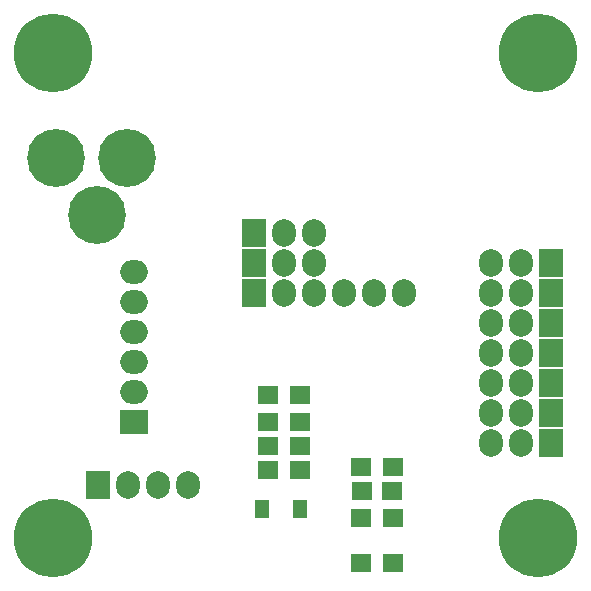
<source format=gbr>
G04 #@! TF.FileFunction,Soldermask,Bot*
%FSLAX46Y46*%
G04 Gerber Fmt 4.6, Leading zero omitted, Abs format (unit mm)*
G04 Created by KiCad (PCBNEW 4.0.1-stable) date 7/15/2016 8:54:53 PM*
%MOMM*%
G01*
G04 APERTURE LIST*
%ADD10C,0.150000*%
%ADD11C,6.654800*%
%ADD12R,1.804800X1.604800*%
%ADD13R,2.336800X2.032000*%
%ADD14O,2.336800X2.032000*%
%ADD15C,4.904800*%
%ADD16R,2.032000X2.336800*%
%ADD17O,2.032000X2.336800*%
%ADD18R,1.804800X1.554800*%
%ADD19R,1.214800X1.524800*%
G04 APERTURE END LIST*
D10*
D11*
X14000000Y-55000000D03*
X55000000Y-55000000D03*
X55000000Y-14000000D03*
X14000000Y-14000000D03*
D12*
X34878000Y-42926000D03*
X32178000Y-42926000D03*
X32178000Y-49276000D03*
X34878000Y-49276000D03*
X42752000Y-53340000D03*
X40052000Y-53340000D03*
D13*
X20828000Y-45212000D03*
D14*
X20828000Y-42672000D03*
X20828000Y-40132000D03*
X20828000Y-37592000D03*
X20828000Y-35052000D03*
X20828000Y-32512000D03*
D15*
X14200000Y-22900000D03*
X20200000Y-22900000D03*
X17700000Y-27700000D03*
D16*
X56134000Y-46990000D03*
D17*
X53594000Y-46990000D03*
X51054000Y-46990000D03*
D16*
X56134000Y-44450000D03*
D17*
X53594000Y-44450000D03*
X51054000Y-44450000D03*
D16*
X56134000Y-41910000D03*
D17*
X53594000Y-41910000D03*
X51054000Y-41910000D03*
D16*
X56134000Y-39370000D03*
D17*
X53594000Y-39370000D03*
X51054000Y-39370000D03*
D16*
X56134000Y-36830000D03*
D17*
X53594000Y-36830000D03*
X51054000Y-36830000D03*
D16*
X56134000Y-34290000D03*
D17*
X53594000Y-34290000D03*
X51054000Y-34290000D03*
D16*
X56134000Y-31750000D03*
D17*
X53594000Y-31750000D03*
X51054000Y-31750000D03*
D16*
X30988000Y-31750000D03*
D17*
X33528000Y-31750000D03*
X36068000Y-31750000D03*
D16*
X30988000Y-29210000D03*
D17*
X33528000Y-29210000D03*
X36068000Y-29210000D03*
D16*
X30988000Y-34290000D03*
D17*
X33528000Y-34290000D03*
X36068000Y-34290000D03*
X38608000Y-34290000D03*
X41148000Y-34290000D03*
X43688000Y-34290000D03*
D12*
X42752000Y-57150000D03*
X40052000Y-57150000D03*
X34878000Y-45212000D03*
X32178000Y-45212000D03*
X42752000Y-49022000D03*
X40052000Y-49022000D03*
X32178000Y-47244000D03*
X34878000Y-47244000D03*
D16*
X17780000Y-50546000D03*
D17*
X20320000Y-50546000D03*
X22860000Y-50546000D03*
X25400000Y-50546000D03*
D18*
X42652000Y-51054000D03*
X40152000Y-51054000D03*
D19*
X34909000Y-52578000D03*
X31639000Y-52578000D03*
M02*

</source>
